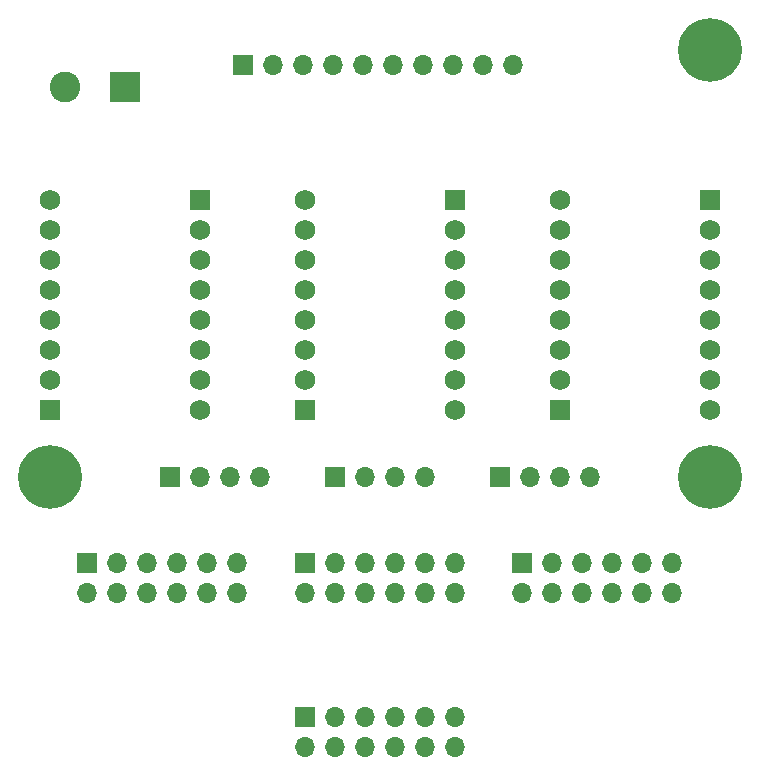
<source format=gts>
G04 #@! TF.GenerationSoftware,KiCad,Pcbnew,7.0.8*
G04 #@! TF.CreationDate,2024-02-17T11:27:20+01:00*
G04 #@! TF.ProjectId,PCB_V2,5043425f-5632-42e6-9b69-6361645f7063,rev?*
G04 #@! TF.SameCoordinates,Original*
G04 #@! TF.FileFunction,Soldermask,Top*
G04 #@! TF.FilePolarity,Negative*
%FSLAX46Y46*%
G04 Gerber Fmt 4.6, Leading zero omitted, Abs format (unit mm)*
G04 Created by KiCad (PCBNEW 7.0.8) date 2024-02-17 11:27:20*
%MOMM*%
%LPD*%
G01*
G04 APERTURE LIST*
G04 Aperture macros list*
%AMRoundRect*
0 Rectangle with rounded corners*
0 $1 Rounding radius*
0 $2 $3 $4 $5 $6 $7 $8 $9 X,Y pos of 4 corners*
0 Add a 4 corners polygon primitive as box body*
4,1,4,$2,$3,$4,$5,$6,$7,$8,$9,$2,$3,0*
0 Add four circle primitives for the rounded corners*
1,1,$1+$1,$2,$3*
1,1,$1+$1,$4,$5*
1,1,$1+$1,$6,$7*
1,1,$1+$1,$8,$9*
0 Add four rect primitives between the rounded corners*
20,1,$1+$1,$2,$3,$4,$5,0*
20,1,$1+$1,$4,$5,$6,$7,0*
20,1,$1+$1,$6,$7,$8,$9,0*
20,1,$1+$1,$8,$9,$2,$3,0*%
G04 Aperture macros list end*
%ADD10O,1.700000X1.700000*%
%ADD11R,1.700000X1.700000*%
%ADD12C,5.400000*%
%ADD13C,3.100000*%
%ADD14RoundRect,0.102000X-0.762000X-0.762000X0.762000X-0.762000X0.762000X0.762000X-0.762000X0.762000X0*%
%ADD15C,1.728000*%
%ADD16C,2.600000*%
%ADD17R,2.600000X2.600000*%
G04 APERTURE END LIST*
D10*
X206375000Y-93345000D03*
X206375000Y-90805000D03*
X203835000Y-93345000D03*
X203835000Y-90805000D03*
X201295000Y-93345000D03*
X201295000Y-90805000D03*
X198755000Y-93345000D03*
X198755000Y-90805000D03*
X196215000Y-93345000D03*
X196215000Y-90805000D03*
X193675000Y-93345000D03*
D11*
X193675000Y-90805000D03*
D12*
X227965000Y-70485000D03*
D13*
X227965000Y-70485000D03*
X172085000Y-70485000D03*
D12*
X172085000Y-70485000D03*
D13*
X227965000Y-34290000D03*
D12*
X227965000Y-34290000D03*
D14*
X184785000Y-46990000D03*
D15*
X184785000Y-49530000D03*
X184785000Y-52070000D03*
X184785000Y-54610000D03*
X184785000Y-57150000D03*
X184785000Y-59690000D03*
X184785000Y-62230000D03*
X184785000Y-64770000D03*
D14*
X172085000Y-64770000D03*
D15*
X172085000Y-62230000D03*
X172085000Y-59690000D03*
X172085000Y-57150000D03*
X172085000Y-54610000D03*
X172085000Y-52070000D03*
X172085000Y-49530000D03*
X172085000Y-46990000D03*
D10*
X187960000Y-80264000D03*
X187960000Y-77724000D03*
X185420000Y-80264000D03*
X185420000Y-77724000D03*
X182880000Y-80264000D03*
X182880000Y-77724000D03*
X180340000Y-80264000D03*
X180340000Y-77724000D03*
X177800000Y-80264000D03*
X177800000Y-77724000D03*
X175260000Y-80264000D03*
D11*
X175260000Y-77724000D03*
D16*
X173355000Y-37465000D03*
D17*
X178435000Y-37465000D03*
D10*
X224790000Y-80264000D03*
X224790000Y-77724000D03*
X222250000Y-80264000D03*
X222250000Y-77724000D03*
X219710000Y-80264000D03*
X219710000Y-77724000D03*
X217170000Y-80264000D03*
X217170000Y-77724000D03*
X214630000Y-80264000D03*
X214630000Y-77724000D03*
X212090000Y-80264000D03*
D11*
X212090000Y-77724000D03*
X196215000Y-70485000D03*
D10*
X198755000Y-70485000D03*
X201295000Y-70485000D03*
X203835000Y-70485000D03*
X211328000Y-35560000D03*
X208788000Y-35560000D03*
X206248000Y-35560000D03*
X203708000Y-35560000D03*
X201168000Y-35560000D03*
X198628000Y-35560000D03*
X196088000Y-35560000D03*
X193548000Y-35560000D03*
X191008000Y-35560000D03*
D11*
X188468000Y-35560000D03*
D14*
X227965000Y-46990000D03*
D15*
X227965000Y-49530000D03*
X227965000Y-52070000D03*
X227965000Y-54610000D03*
X227965000Y-57150000D03*
X227965000Y-59690000D03*
X227965000Y-62230000D03*
X227965000Y-64770000D03*
D14*
X215265000Y-64770000D03*
D15*
X215265000Y-62230000D03*
X215265000Y-59690000D03*
X215265000Y-57150000D03*
X215265000Y-54610000D03*
X215265000Y-52070000D03*
X215265000Y-49530000D03*
X215265000Y-46990000D03*
D11*
X182245000Y-70485000D03*
D10*
X184785000Y-70485000D03*
X187325000Y-70485000D03*
X189865000Y-70485000D03*
X206375000Y-80264000D03*
X206375000Y-77724000D03*
X203835000Y-80264000D03*
X203835000Y-77724000D03*
X201295000Y-80264000D03*
X201295000Y-77724000D03*
X198755000Y-80264000D03*
X198755000Y-77724000D03*
X196215000Y-80264000D03*
X196215000Y-77724000D03*
X193675000Y-80264000D03*
D11*
X193675000Y-77724000D03*
X210185000Y-70485000D03*
D10*
X212725000Y-70485000D03*
X215265000Y-70485000D03*
X217805000Y-70485000D03*
D14*
X206375000Y-46990000D03*
D15*
X206375000Y-49530000D03*
X206375000Y-52070000D03*
X206375000Y-54610000D03*
X206375000Y-57150000D03*
X206375000Y-59690000D03*
X206375000Y-62230000D03*
X206375000Y-64770000D03*
D14*
X193675000Y-64770000D03*
D15*
X193675000Y-62230000D03*
X193675000Y-59690000D03*
X193675000Y-57150000D03*
X193675000Y-54610000D03*
X193675000Y-52070000D03*
X193675000Y-49530000D03*
X193675000Y-46990000D03*
M02*

</source>
